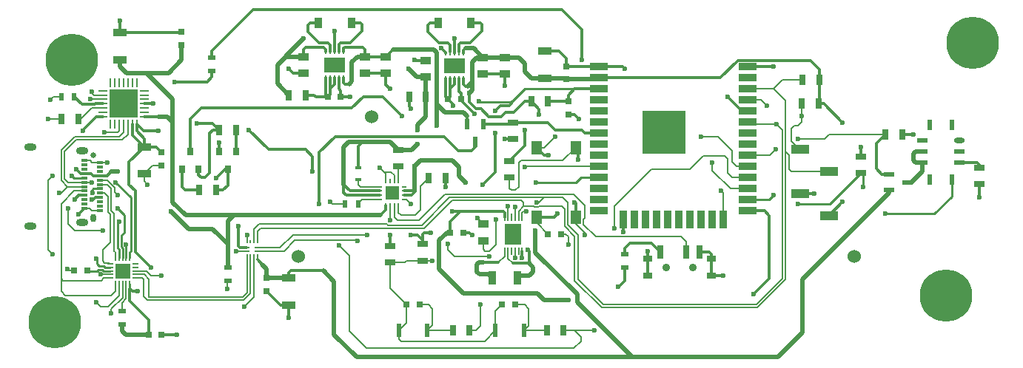
<source format=gtl>
G04*
G04 #@! TF.GenerationSoftware,Altium Limited,Altium Designer,18.1.9 (240)*
G04*
G04 Layer_Physical_Order=1*
G04 Layer_Color=255*
%FSLAX25Y25*%
%MOIN*%
G70*
G01*
G75*
%ADD11C,0.00787*%
%ADD15C,0.01000*%
%ADD16R,0.07677X0.09646*%
%ADD17O,0.00787X0.03543*%
%ADD18R,0.02756X0.05118*%
%ADD19R,0.19685X0.19685*%
%ADD20R,0.07874X0.03543*%
%ADD21R,0.03543X0.07874*%
%ADD22R,0.05118X0.02756*%
%ADD23R,0.07874X0.03937*%
%ADD24R,0.01063X0.03976*%
%ADD25R,0.03976X0.01063*%
%ADD26R,0.12795X0.12795*%
%ADD27R,0.06693X0.06693*%
%ADD28R,0.00787X0.02953*%
%ADD29R,0.02953X0.00787*%
%ADD30R,0.03150X0.03150*%
%ADD31R,0.03543X0.06299*%
%ADD32R,0.03543X0.02362*%
%ADD33R,0.05118X0.06102*%
%ADD34R,0.03543X0.05118*%
%ADD35R,0.06299X0.06299*%
%ADD36O,0.02362X0.00984*%
%ADD37R,0.02362X0.00984*%
%ADD38R,0.00984X0.02362*%
%ADD39R,0.03150X0.03543*%
%ADD40O,0.02756X0.00787*%
%ADD41R,0.02756X0.00787*%
%ADD42R,0.00787X0.01772*%
%ADD43R,0.00945X0.02362*%
%ADD44R,0.09400X0.06500*%
%ADD45R,0.04724X0.02362*%
%ADD46O,0.04724X0.02362*%
%ADD47R,0.02362X0.04724*%
%ADD48R,0.02165X0.05906*%
%ADD49R,0.02756X0.01181*%
%ADD50R,0.05118X0.03543*%
%ADD51R,0.02362X0.03543*%
%ADD52R,0.02402X0.04646*%
%ADD53R,0.03150X0.03150*%
%ADD54R,0.06299X0.03543*%
%ADD55R,0.04646X0.02402*%
%ADD56R,0.02756X0.05906*%
%ADD57R,0.03937X0.03150*%
%ADD58R,0.03150X0.01181*%
%ADD103O,0.02559X0.03740*%
%ADD104C,0.02559*%
%ADD107C,0.01181*%
%ADD108C,0.01968*%
%ADD109C,0.06000*%
G04:AMPARAMS|DCode=110|XSize=55.12mil|YSize=31.5mil|CornerRadius=15.75mil|HoleSize=0mil|Usage=FLASHONLY|Rotation=0.000|XOffset=0mil|YOffset=0mil|HoleType=Round|Shape=RoundedRectangle|*
%AMROUNDEDRECTD110*
21,1,0.05512,0.00000,0,0,0.0*
21,1,0.02362,0.03150,0,0,0.0*
1,1,0.03150,0.01181,0.00000*
1,1,0.03150,-0.01181,0.00000*
1,1,0.03150,-0.01181,0.00000*
1,1,0.03150,0.01181,0.00000*
%
%ADD110ROUNDEDRECTD110*%
%ADD111C,0.03543*%
%ADD112C,0.23622*%
%ADD113C,0.02362*%
D11*
X231575Y-75512D02*
X264764D01*
X248573Y-72835D02*
X254380Y-67027D01*
X229705Y-72835D02*
X248573D01*
X42244Y-60059D02*
X48228D01*
X48673Y-62134D02*
X50748Y-60059D01*
X41385Y-62134D02*
X48673D01*
X41259Y-62008D02*
X41385Y-62134D01*
X28740Y-62008D02*
X41259D01*
X29403Y-63608D02*
X50132D01*
X52716Y-61024D01*
X48228Y-60059D02*
X48779Y-59508D01*
Y-56535D01*
X263483Y-107283D02*
X301870D01*
X223917Y-98327D02*
Y-93508D01*
X198659Y-90854D02*
X229941D01*
X230906Y-91819D01*
Y-93504D02*
Y-91819D01*
X186029Y-103484D02*
X198659Y-90854D01*
X228642Y-95768D02*
X230906Y-93504D01*
X332087Y-55118D02*
X333299Y-56330D01*
X185024Y-101984D02*
X197441Y-89567D01*
X227067Y-98327D02*
Y-93937D01*
X195528Y-87976D02*
X253461D01*
X183791Y-99713D02*
X195528Y-87976D01*
X197441Y-89567D02*
X240157D01*
X230906Y-95768D02*
X232283D01*
X185558Y-118012D02*
X189961D01*
X210039Y-98819D02*
X212795Y-101575D01*
Y-112894D02*
Y-109055D01*
Y-112894D02*
X213583Y-113681D01*
X215551D01*
X199803Y-116142D02*
X215551D01*
X196850Y-113189D02*
X199803Y-116142D01*
X218228Y-140685D02*
X221118Y-137795D01*
X218228Y-149606D02*
Y-140685D01*
X213504Y-154331D02*
X218228Y-149606D01*
X175710Y-154331D02*
X213504D01*
X174705Y-153325D02*
X175710Y-154331D01*
X174705Y-153325D02*
Y-149606D01*
X178150Y-146161D01*
Y-137795D01*
X170669Y-130315D02*
X178150Y-137795D01*
X170669Y-130315D02*
Y-118898D01*
X178248Y-118012D02*
X185558D01*
X177362Y-118898D02*
X178248Y-118012D01*
X170669Y-118898D02*
X177362D01*
X143701Y-91398D02*
X144823Y-92520D01*
X150394D01*
X167990Y-78029D02*
X168701Y-78740D01*
Y-82087D02*
Y-78740D01*
X166142Y-76181D02*
X167990Y-78029D01*
X171127D01*
X172638Y-79540D01*
Y-82087D02*
Y-79540D01*
X60039Y-82087D02*
X61614Y-83661D01*
X60039Y-82087D02*
Y-78937D01*
X63779Y-75197D01*
X67913D01*
X33110Y-94488D02*
X35433D01*
X36417Y-95473D01*
X40000D01*
X43307Y-73819D02*
X43307Y-73819D01*
X40000Y-73819D02*
X43307D01*
X36614D02*
X40000D01*
X35630Y-72835D02*
X36614Y-73819D01*
X33110Y-72835D02*
X35630D01*
X25591Y-121699D02*
X26458Y-122567D01*
X22638Y-125984D02*
Y-92461D01*
X28484Y-86614D01*
X26458Y-122567D02*
X28543D01*
X63248Y-124872D02*
X67913D01*
X61024Y-122648D02*
X63248Y-124872D01*
X56102Y-122648D02*
X61024D01*
X56102Y-124223D02*
X60039D01*
X62191Y-126374D01*
X59055Y-125797D02*
X59842Y-126585D01*
X56102Y-125797D02*
X59055D01*
X59842Y-134055D02*
Y-126585D01*
X62191Y-134433D02*
Y-126374D01*
X45276Y-141732D02*
Y-139803D01*
X50374Y-134705D01*
Y-128376D01*
X50132Y-140748D02*
Y-137053D01*
X51949Y-135236D01*
Y-128376D01*
X48799Y-133839D02*
Y-128376D01*
X43858Y-138779D02*
X48799Y-133839D01*
X47224Y-131890D02*
Y-128376D01*
X45276Y-133839D02*
X47224Y-131890D01*
X106299Y-109547D02*
Y-106528D01*
X101378Y-113681D02*
X106102D01*
X257833Y-101633D02*
Y-99469D01*
Y-101633D02*
X263483Y-107283D01*
X257833Y-99469D02*
X258484Y-98818D01*
Y-93000D01*
X254380Y-101494D02*
Y-98327D01*
Y-101494D02*
X258484Y-105598D01*
Y-106408D02*
Y-105598D01*
X253461Y-87976D02*
X258484Y-93000D01*
X250984Y-110834D02*
Y-107283D01*
X249705Y-106004D02*
X250984Y-107283D01*
X247753Y-106004D02*
X249705D01*
X236663Y-100819D02*
X241848Y-106004D01*
X236663Y-100819D02*
Y-98327D01*
X326772Y-75512D02*
X331693D01*
X324803Y-73543D02*
X326772Y-75512D01*
X324803Y-73543D02*
Y-68386D01*
X318425Y-62008D02*
X324803Y-68386D01*
X310740Y-62008D02*
X318425D01*
X356241Y-52894D02*
Y-47244D01*
Y-55374D02*
Y-52894D01*
X354528Y-57087D02*
X356241Y-55374D01*
X344716Y-56330D02*
X347441Y-59055D01*
X333299Y-56330D02*
X344716D01*
X331693Y-55512D02*
X332087Y-55118D01*
X347441Y-125984D02*
Y-59055D01*
X321627Y-70839D02*
X322835Y-72047D01*
X311681Y-70839D02*
X321627D01*
X305748Y-76772D02*
X311681Y-70839D01*
X288386Y-76772D02*
X305748D01*
X271654Y-93504D02*
X288386Y-76772D01*
X271654Y-103484D02*
Y-93504D01*
X240059Y-67027D02*
X245079Y-62008D01*
X236663Y-67027D02*
X240059D01*
X224626Y-85377D02*
Y-80512D01*
Y-85377D02*
X225529Y-86279D01*
X227067D01*
X228642Y-84705D01*
Y-73898D01*
X229705Y-72835D01*
X248031Y-93508D02*
X249321Y-94797D01*
X237909Y-93508D02*
X248031D01*
X230906Y-93504D02*
X235414D01*
X235804Y-93894D01*
X237523D01*
X237909Y-93508D01*
X237905Y-91819D02*
X240157Y-89567D01*
X236663Y-91819D02*
X237905D01*
X44189Y-119041D02*
X44646Y-119498D01*
X42270Y-119041D02*
X44189D01*
X352756Y-57087D02*
X354528D01*
X351535Y-58307D02*
X352756Y-57087D01*
X351535Y-64134D02*
Y-58307D01*
Y-64134D02*
X355315Y-67913D01*
X348941Y-126606D02*
Y-68898D01*
X354331Y-62992D02*
X354331Y-62992D01*
X366535D01*
X368504Y-61024D01*
X351535Y-77913D02*
X368307D01*
X350394Y-76772D02*
X351535Y-77913D01*
X249321Y-102413D02*
Y-94797D01*
X248569Y-89567D02*
X250821Y-91819D01*
Y-101792D02*
X255437Y-106408D01*
Y-126500D02*
Y-106408D01*
X249321Y-102413D02*
X253937Y-107030D01*
Y-127121D02*
Y-107030D01*
X250821Y-101792D02*
Y-91819D01*
X350394Y-76772D02*
Y-70350D01*
X331693Y-45512D02*
X337835D01*
X340551Y-48228D01*
X17717Y-45512D02*
X19193Y-44035D01*
X22638D01*
X46669Y-86984D02*
X48268Y-88583D01*
X46669Y-86984D02*
Y-85053D01*
X43310Y-81693D02*
X46669Y-85053D01*
X40000Y-81693D02*
X43310D01*
X343504Y-40512D02*
X347598Y-36417D01*
X356496D01*
X211614Y-147362D02*
Y-137795D01*
X209370Y-149606D02*
X211614Y-147362D01*
X206496Y-149606D02*
X209370D01*
X231299Y-75787D02*
X231575Y-75512D01*
X147638Y-111221D02*
X152362Y-115945D01*
Y-149803D02*
Y-115945D01*
Y-149803D02*
X160039Y-157480D01*
X253543D01*
X256693Y-154331D02*
Y-152362D01*
X253543Y-157480D02*
X256693Y-154331D01*
X253937Y-149606D02*
X256693Y-152362D01*
X248819Y-149606D02*
X253937D01*
X127953Y-108787D02*
X155834D01*
X126969Y-106299D02*
X160433D01*
X123058Y-113681D02*
X127953Y-108787D01*
X121161Y-112106D02*
X126969Y-106299D01*
X253937Y-149606D02*
X262795D01*
X324803Y-80512D02*
X331693D01*
X322835Y-78543D02*
X324803Y-80512D01*
X322835Y-78543D02*
Y-72047D01*
X16732Y-54134D02*
X22835D01*
X30315D02*
X31496D01*
X36402Y-49228D01*
X41441D01*
X41457Y-49213D01*
X35669Y-45276D02*
X41457D01*
X50748Y-60059D02*
Y-56535D01*
X320728Y-99449D02*
Y-87461D01*
X319882Y-86614D02*
X320728Y-87461D01*
X36417Y-42323D02*
Y-41673D01*
Y-42323D02*
X37402Y-43307D01*
X41457D01*
X324153Y-85512D02*
X331693D01*
X315945Y-77303D02*
X324153Y-85512D01*
X315945Y-77303D02*
Y-73819D01*
X111024Y-117565D02*
Y-115847D01*
X62191Y-134433D02*
X104344D01*
X106299Y-132478D01*
Y-115847D01*
X97441Y-127165D02*
X97638Y-126969D01*
X97441Y-130905D02*
Y-127165D01*
X105118Y-138779D02*
X109449Y-134449D01*
Y-115847D01*
X155834Y-108787D02*
X156102Y-109055D01*
X111221Y-113681D02*
X123058D01*
X169144Y-103484D02*
X186029D01*
X169007Y-103347D02*
X169144Y-103484D01*
X112500Y-103347D02*
X169007D01*
X169766Y-101984D02*
X185024D01*
X169356Y-101575D02*
X169766Y-101984D01*
X111811Y-101575D02*
X169356D01*
X170669Y-99803D02*
Y-93110D01*
X111024Y-104823D02*
X112500Y-103347D01*
X109449Y-103937D02*
X111811Y-101575D01*
X111221Y-112106D02*
X121161D01*
X331693Y-70512D02*
X341890D01*
X344488Y-67913D01*
X368504Y-61024D02*
X393898D01*
X215551Y-113681D02*
X218504Y-110728D01*
Y-99410D01*
X228642Y-98327D02*
Y-95768D01*
X230217Y-96457D02*
X230906Y-95768D01*
X230217Y-98327D02*
Y-96457D01*
X184358Y-84539D02*
X188189Y-80709D01*
X184358Y-95169D02*
Y-84539D01*
X182087Y-97441D02*
X184358Y-95169D01*
X174024Y-99713D02*
X183791D01*
X175710Y-97441D02*
X182087D01*
X180236Y-92520D02*
X180335D01*
X178268Y-90551D02*
X180236Y-92520D01*
X177165Y-90551D02*
X178268D01*
X196850Y-113189D02*
Y-110337D01*
X227067Y-116831D02*
Y-113681D01*
X223917Y-117116D02*
Y-113681D01*
X222342Y-116142D02*
Y-113681D01*
X219587Y-118898D02*
X222342Y-116142D01*
X223917Y-117116D02*
X226026Y-119225D01*
X348941Y-68898D02*
X350394Y-70350D01*
X233268Y-147362D02*
Y-139764D01*
X231299Y-137795D02*
X233268Y-139764D01*
X227024Y-137795D02*
X231299D01*
X231024Y-149606D02*
X233268Y-147362D01*
X231024Y-149606D02*
X241339D01*
X187500D02*
X189961Y-147146D01*
X187500Y-149606D02*
X199016D01*
X156299Y-92520D02*
X158268Y-90551D01*
X166142D01*
X174606Y-96337D02*
X175710Y-97441D01*
X172638Y-98327D02*
X174024Y-99713D01*
X172638Y-98327D02*
Y-93110D01*
X174606Y-96337D02*
Y-93110D01*
X157480Y-84646D02*
X166142D01*
X156496Y-83661D02*
X157480Y-84646D01*
X156496Y-83661D02*
Y-81299D01*
X174606Y-82087D02*
Y-75512D01*
X189961Y-147146D02*
Y-139764D01*
X187992Y-137795D02*
X189961Y-139764D01*
X184055Y-137795D02*
X187992D01*
X301870Y-107283D02*
X304134Y-109547D01*
Y-114183D02*
Y-109547D01*
X255437Y-126500D02*
X266732Y-137795D01*
X335630D01*
X240157Y-89567D02*
X248569D01*
X348941Y-68898D02*
Y-45949D01*
X331693Y-40512D02*
X343504D01*
X348941Y-45949D01*
X111024Y-109547D02*
Y-104823D01*
X109449Y-109547D02*
Y-103937D01*
X336251Y-139295D02*
X348941Y-126606D01*
X335630Y-137795D02*
X347441Y-125984D01*
X266111Y-139295D02*
X336251D01*
X253937Y-127121D02*
X266111Y-139295D01*
X107874Y-132874D02*
Y-115847D01*
X61614Y-135827D02*
X104921D01*
X59842Y-134055D02*
X61614Y-135827D01*
X52716Y-61024D02*
Y-56535D01*
X104921Y-135827D02*
X107874Y-132874D01*
X43676Y-96135D02*
Y-89050D01*
X42224Y-87598D02*
X43676Y-89050D01*
X45276Y-95472D02*
Y-85630D01*
X43307Y-83661D02*
X45276Y-85630D01*
X46618Y-113681D02*
Y-96815D01*
X44646Y-109882D02*
Y-97105D01*
X45276Y-95472D02*
X46618Y-96815D01*
X47224Y-116919D02*
Y-114287D01*
X46618Y-113681D02*
X47224Y-114287D01*
X40354Y-138779D02*
X43858D01*
X38386Y-136811D02*
X40354Y-138779D01*
X24587Y-133839D02*
X45276D01*
X40354Y-124223D02*
X44646D01*
X23622Y-126969D02*
X40693D01*
X41864Y-125797D01*
X44646D01*
X41339Y-118110D02*
X42270Y-119041D01*
X22638Y-87598D02*
X25591Y-84646D01*
X21654Y-87598D02*
X22638D01*
X25885Y-101575D02*
Y-94488D01*
Y-101575D02*
X28641Y-104331D01*
X28484Y-86614D02*
X33110D01*
X16732Y-113189D02*
Y-81693D01*
Y-113189D02*
X18701Y-115157D01*
X16732Y-81693D02*
X18701Y-79724D01*
X28641Y-104331D02*
X41339D01*
X43676Y-96135D02*
X44646Y-97105D01*
X40000Y-87598D02*
X42224D01*
X40000Y-83661D02*
X43307D01*
X41339Y-113189D02*
X44646Y-109882D01*
X41339Y-118110D02*
Y-113189D01*
X25885Y-82677D02*
X33110D01*
X24238Y-81030D02*
X25885Y-82677D01*
X24238Y-68773D02*
X29403Y-63608D01*
X24238Y-81030D02*
Y-68773D01*
X22638Y-68110D02*
X28740Y-62008D01*
X22638Y-81693D02*
Y-68110D01*
X25591Y-84646D02*
X33110D01*
X22638Y-81693D02*
X25591Y-84646D01*
X22638Y-131890D02*
Y-125984D01*
Y-131890D02*
X24587Y-133839D01*
X22638Y-125984D02*
X23622Y-126969D01*
X33110Y-82677D02*
X36417D01*
X36417Y-82677D01*
D15*
X341575Y-90512D02*
X343504Y-88583D01*
X368898Y-92520D02*
X382874Y-78543D01*
X354331Y-92520D02*
X368898D01*
X415894Y-96898D02*
X423799Y-88992D01*
X393701Y-96898D02*
X415894D01*
X210842Y-46472D02*
X225529D01*
X210630Y-46260D02*
X210842Y-46472D01*
X225529D02*
X231490Y-40512D01*
X253780D01*
X54130Y-113681D02*
Y-89563D01*
X47244Y-82677D02*
X54130Y-89563D01*
X256693Y-80512D02*
X264764D01*
X254528Y-82677D02*
X256693Y-80512D01*
X236516Y-82677D02*
X254528D01*
X382874Y-78543D02*
X383858Y-79528D01*
Y-84646D02*
Y-79528D01*
X423799Y-88992D02*
Y-81417D01*
X331693Y-90512D02*
X341575D01*
X53524Y-128376D02*
X53539Y-128392D01*
Y-130744D02*
Y-128392D01*
X60039Y-53150D02*
X60039Y-53150D01*
X36649Y-87367D02*
Y-86531D01*
X36417Y-86299D02*
X36649Y-86531D01*
X36417Y-86299D02*
X37087Y-85630D01*
X48031Y-94488D02*
X50980Y-97437D01*
Y-105315D02*
Y-97437D01*
X48268Y-100925D02*
X48799Y-100394D01*
X48268Y-112352D02*
Y-100925D01*
X49768Y-106528D02*
X50980Y-105315D01*
X49768Y-111730D02*
Y-106528D01*
X53524Y-116919D02*
Y-114287D01*
X54130Y-113681D01*
X42411Y-121073D02*
X44646D01*
X41879Y-120541D02*
X42411Y-121073D01*
X39833Y-120541D02*
X41879D01*
X38809Y-119518D02*
X39833Y-120541D01*
X41864Y-122648D02*
X44646D01*
X41258Y-122041D02*
X41864Y-122648D01*
X39451Y-122041D02*
X41258D01*
X38845Y-122648D02*
X39451Y-122041D01*
X34530Y-122648D02*
X38845D01*
X51949Y-116919D02*
Y-110827D01*
X48268Y-112352D02*
X48799Y-112883D01*
Y-116919D02*
Y-112883D01*
X49768Y-111730D02*
X50374Y-112337D01*
Y-116919D02*
Y-112337D01*
X37087Y-85630D02*
X40000D01*
X38809Y-119518D02*
Y-117549D01*
X38386Y-117126D02*
X38809Y-117549D01*
X27559Y-79724D02*
X28543Y-80709D01*
X33110D01*
X34449Y-122567D02*
X34530Y-122648D01*
D16*
X226279Y-106004D02*
D03*
D17*
X230217Y-113681D02*
D03*
X228642D02*
D03*
X227067D02*
D03*
X225492D02*
D03*
X223917D02*
D03*
X222342D02*
D03*
Y-98327D02*
D03*
X223917D02*
D03*
X225492D02*
D03*
X227067D02*
D03*
X228642D02*
D03*
X230217D02*
D03*
D18*
X234367Y-46260D02*
D03*
X241848D02*
D03*
X206496Y-149606D02*
D03*
X199016D02*
D03*
X248819D02*
D03*
X241339D02*
D03*
X363721Y-47244D02*
D03*
X356241D02*
D03*
X363976Y-36417D02*
D03*
X356496D02*
D03*
X179331Y-44035D02*
D03*
X186811D02*
D03*
X30315Y-54134D02*
D03*
X22835D02*
D03*
X92323Y-86279D02*
D03*
X84842D02*
D03*
X93898Y-59055D02*
D03*
X101378D02*
D03*
X393898Y-61024D02*
D03*
X401378D02*
D03*
X132677Y-43307D02*
D03*
X125197D02*
D03*
X195669Y-80709D02*
D03*
X188189D02*
D03*
D19*
X294291Y-60039D02*
D03*
D20*
X264764Y-30512D02*
D03*
Y-35512D02*
D03*
Y-40512D02*
D03*
Y-45512D02*
D03*
Y-50512D02*
D03*
Y-55512D02*
D03*
Y-60512D02*
D03*
Y-65512D02*
D03*
Y-70512D02*
D03*
Y-75512D02*
D03*
Y-80512D02*
D03*
Y-85512D02*
D03*
Y-90512D02*
D03*
Y-95512D02*
D03*
X331693D02*
D03*
Y-90512D02*
D03*
Y-85512D02*
D03*
Y-80512D02*
D03*
Y-75512D02*
D03*
Y-70512D02*
D03*
Y-65512D02*
D03*
Y-60512D02*
D03*
Y-55512D02*
D03*
Y-50512D02*
D03*
Y-45512D02*
D03*
Y-40512D02*
D03*
Y-35512D02*
D03*
Y-30512D02*
D03*
D21*
X275728Y-99449D02*
D03*
X280728D02*
D03*
X285728D02*
D03*
X290728D02*
D03*
X295728D02*
D03*
X300728D02*
D03*
X305728D02*
D03*
X310728D02*
D03*
X315728D02*
D03*
X320728D02*
D03*
D22*
X436024Y-75984D02*
D03*
Y-83465D02*
D03*
X170669Y-111417D02*
D03*
Y-118898D02*
D03*
X224626Y-73032D02*
D03*
Y-80512D02*
D03*
X226083Y-63189D02*
D03*
Y-55709D02*
D03*
X382874Y-71063D02*
D03*
Y-78543D02*
D03*
X185558Y-118012D02*
D03*
Y-110531D02*
D03*
X174606Y-75512D02*
D03*
Y-68032D02*
D03*
D23*
X368307Y-97913D02*
D03*
D03*
X355315Y-87913D02*
D03*
X368307Y-77913D02*
D03*
X355315Y-67913D02*
D03*
D24*
X44842Y-56535D02*
D03*
X46811D02*
D03*
X48779D02*
D03*
X50748D02*
D03*
X52716D02*
D03*
X54685D02*
D03*
X56653D02*
D03*
Y-37953D02*
D03*
X54685D02*
D03*
X52716D02*
D03*
X50748D02*
D03*
X48779D02*
D03*
X46811D02*
D03*
X44842D02*
D03*
D25*
X60039Y-53150D02*
D03*
Y-51181D02*
D03*
Y-49213D02*
D03*
Y-47244D02*
D03*
Y-45276D02*
D03*
Y-43307D02*
D03*
Y-41339D02*
D03*
X41457D02*
D03*
Y-43307D02*
D03*
Y-45276D02*
D03*
Y-47244D02*
D03*
Y-49213D02*
D03*
Y-51181D02*
D03*
Y-53150D02*
D03*
D26*
X50748Y-47244D02*
D03*
D27*
X50374Y-122648D02*
D03*
D28*
X47224Y-116919D02*
D03*
X48799D02*
D03*
X50374D02*
D03*
X51949D02*
D03*
X53524D02*
D03*
Y-128376D02*
D03*
X51949D02*
D03*
X50374D02*
D03*
X48799D02*
D03*
X47224D02*
D03*
D29*
X56102Y-119498D02*
D03*
Y-121073D02*
D03*
Y-122648D02*
D03*
Y-124223D02*
D03*
Y-125797D02*
D03*
X44646D02*
D03*
Y-124223D02*
D03*
Y-122648D02*
D03*
Y-121073D02*
D03*
Y-119498D02*
D03*
D30*
X178150Y-137795D02*
D03*
X184055D02*
D03*
X247753Y-106004D02*
D03*
X241848D02*
D03*
X28543Y-122567D02*
D03*
X34449D02*
D03*
X196850Y-45276D02*
D03*
X202756D02*
D03*
X62008Y-151450D02*
D03*
X67913D02*
D03*
X227024Y-137795D02*
D03*
X221118D02*
D03*
X142717Y-44291D02*
D03*
X148622D02*
D03*
X197835Y-105315D02*
D03*
X203740D02*
D03*
D31*
X216752Y-125797D02*
D03*
X228169D02*
D03*
D32*
X276575Y-115157D02*
D03*
Y-121063D02*
D03*
X97638Y-126969D02*
D03*
Y-121063D02*
D03*
X90551Y-26575D02*
D03*
Y-32480D02*
D03*
X50132Y-146653D02*
D03*
Y-140748D02*
D03*
D33*
X236663Y-98327D02*
D03*
Y-67027D02*
D03*
X254380Y-98327D02*
D03*
Y-67027D02*
D03*
D34*
X207283Y-10925D02*
D03*
X192323D02*
D03*
X138386D02*
D03*
X153347D02*
D03*
D35*
X171653Y-87598D02*
D03*
D36*
X177165Y-90551D02*
D03*
D37*
Y-88583D02*
D03*
Y-86614D02*
D03*
Y-84646D02*
D03*
X166142D02*
D03*
Y-86614D02*
D03*
Y-88583D02*
D03*
Y-90551D02*
D03*
D38*
X174606Y-82087D02*
D03*
X172638D02*
D03*
X170669D02*
D03*
X168701D02*
D03*
Y-93110D02*
D03*
X170669D02*
D03*
X172638D02*
D03*
X174606D02*
D03*
D39*
X93898Y-68898D02*
D03*
X101378D02*
D03*
X97638Y-76772D02*
D03*
X84449D02*
D03*
X76968D02*
D03*
X80709Y-68898D02*
D03*
D40*
X111221Y-113681D02*
D03*
D41*
Y-112106D02*
D03*
X106102D02*
D03*
Y-113681D02*
D03*
D42*
X111024Y-109547D02*
D03*
X109449D02*
D03*
X107874D02*
D03*
X106299D02*
D03*
X106299Y-115847D02*
D03*
X107874D02*
D03*
X109449D02*
D03*
X111024D02*
D03*
D43*
X149803Y-23924D02*
D03*
X147835D02*
D03*
X145866D02*
D03*
X143898D02*
D03*
X141929D02*
D03*
Y-35524D02*
D03*
X143898D02*
D03*
X145866D02*
D03*
X147835D02*
D03*
X149803D02*
D03*
X203740Y-35918D02*
D03*
X201772D02*
D03*
X199803D02*
D03*
X197835D02*
D03*
X195866D02*
D03*
Y-24318D02*
D03*
X197835D02*
D03*
X199803D02*
D03*
X201772D02*
D03*
X203740D02*
D03*
D44*
X145866Y-29724D02*
D03*
X199803Y-30118D02*
D03*
D45*
X427165Y-73898D02*
D03*
Y-68898D02*
D03*
X410433Y-63898D02*
D03*
Y-68898D02*
D03*
Y-73898D02*
D03*
D46*
X427165Y-63898D02*
D03*
D47*
X423799Y-56850D02*
D03*
X413799D02*
D03*
Y-81417D02*
D03*
X423799D02*
D03*
D48*
X174705Y-149606D02*
D03*
X187500D02*
D03*
X218228D02*
D03*
X231024D02*
D03*
D49*
X40000Y-95473D02*
D03*
Y-93504D02*
D03*
Y-91536D02*
D03*
Y-89567D02*
D03*
Y-87598D02*
D03*
Y-85630D02*
D03*
Y-83661D02*
D03*
Y-81693D02*
D03*
Y-79724D02*
D03*
Y-77756D02*
D03*
Y-75787D02*
D03*
Y-73819D02*
D03*
X33110Y-72835D02*
D03*
Y-74803D02*
D03*
Y-76772D02*
D03*
Y-78740D02*
D03*
Y-80709D02*
D03*
Y-82677D02*
D03*
Y-84646D02*
D03*
Y-86614D02*
D03*
Y-88583D02*
D03*
Y-90551D02*
D03*
Y-92520D02*
D03*
Y-94488D02*
D03*
D50*
X222342Y-33858D02*
D03*
Y-26378D02*
D03*
X212598Y-33858D02*
D03*
Y-26378D02*
D03*
X186811Y-35236D02*
D03*
Y-27756D02*
D03*
X168826Y-33465D02*
D03*
Y-25984D02*
D03*
X159449Y-33465D02*
D03*
Y-25984D02*
D03*
X131890Y-25984D02*
D03*
Y-33465D02*
D03*
X212795Y-101575D02*
D03*
Y-109055D02*
D03*
D51*
X22638Y-44035D02*
D03*
X28543D02*
D03*
X156299Y-92520D02*
D03*
X150394D02*
D03*
D52*
X212657Y-56299D02*
D03*
X205453D02*
D03*
X209055Y-64370D02*
D03*
D53*
X115157Y-125787D02*
D03*
Y-131693D02*
D03*
X250000Y-36220D02*
D03*
Y-30315D02*
D03*
X250984Y-46260D02*
D03*
Y-52165D02*
D03*
X76870Y-20768D02*
D03*
Y-14862D02*
D03*
X67913Y-69291D02*
D03*
Y-75197D02*
D03*
D54*
X125000Y-137992D02*
D03*
Y-125787D02*
D03*
X240354Y-23622D02*
D03*
Y-35827D02*
D03*
X49114Y-15157D02*
D03*
Y-27362D02*
D03*
X60039Y-78937D02*
D03*
Y-66732D02*
D03*
D55*
X395571Y-79075D02*
D03*
Y-86279D02*
D03*
X403642Y-82677D02*
D03*
D56*
X304134Y-114183D02*
D03*
X292323D02*
D03*
X310039D02*
D03*
D57*
X286811Y-124872D02*
D03*
X315551D02*
D03*
X286811Y-117274D02*
D03*
X315551D02*
D03*
D58*
X156496Y-81299D02*
D03*
Y-76181D02*
D03*
D103*
X37205Y-98819D02*
D03*
D104*
Y-70473D02*
D03*
D107*
X31496Y-78740D02*
X33110D01*
X29528Y-76771D02*
X31496Y-78740D01*
X28740Y-90350D02*
X30508Y-88583D01*
X33110D01*
X30493Y-97105D02*
X33110Y-94488D01*
X253937Y-52165D02*
X255906Y-54134D01*
X250984Y-52165D02*
X253937D01*
X254380Y-67027D02*
X255313Y-67961D01*
Y-72406D02*
Y-67961D01*
X253937Y-91819D02*
X254380Y-92262D01*
Y-98327D02*
Y-92262D01*
X236663Y-67027D02*
X240108Y-70473D01*
X242126D01*
X244634Y-98327D02*
X246063Y-96898D01*
X236663Y-98327D02*
X244634D01*
X49114Y-9941D02*
X49213Y-9843D01*
X49114Y-15157D02*
Y-9941D01*
X76575Y-15157D02*
X76870Y-14862D01*
X49114Y-15157D02*
X76575D01*
X195669Y-84508D02*
X195866Y-84705D01*
X195669Y-84508D02*
Y-80709D01*
X222461Y-62992D02*
X222657Y-63189D01*
X226083D01*
X145866Y-23924D02*
Y-14370D01*
X147835Y-23924D02*
Y-20472D01*
X149803Y-23924D02*
Y-22244D01*
X150394Y-21654D01*
X143898Y-23924D02*
Y-20768D01*
X142815Y-19685D02*
X143898Y-20768D01*
X140945Y-21654D02*
X141929Y-22638D01*
Y-23924D02*
Y-22638D01*
X147835Y-20472D02*
X148622Y-19685D01*
X196850Y-45276D02*
X199164Y-47590D01*
Y-48288D02*
Y-47590D01*
X179331Y-48594D02*
X180236Y-49500D01*
X179331Y-48594D02*
Y-44035D01*
X202756Y-45866D02*
X208661Y-51772D01*
X211646Y-49500D02*
X215295Y-53150D01*
X209343Y-49500D02*
X211646D01*
X206417Y-46575D02*
X209343Y-49500D01*
X202756Y-45866D02*
Y-45276D01*
X215295Y-53150D02*
X220862D01*
X218228Y-50472D02*
X220472Y-48228D01*
X220862Y-53150D02*
X222830Y-51181D01*
X199803Y-24318D02*
Y-17717D01*
X181870Y-27362D02*
X182264Y-27756D01*
X186811D01*
X168826Y-38669D02*
X170669Y-40512D01*
X168826Y-38669D02*
Y-33465D01*
X159449D02*
X168826D01*
X148622Y-44291D02*
X152756D01*
X148622D02*
Y-41339D01*
X147835Y-40551D02*
X148622Y-41339D01*
X147835Y-40551D02*
Y-35524D01*
X125197Y-31496D02*
X127165Y-33465D01*
X131890D01*
X331693Y-30512D02*
X343504D01*
X275590D02*
X276575Y-31496D01*
X264764Y-30512D02*
X275590D01*
X264567Y-30315D02*
X264764Y-30512D01*
X250000Y-30315D02*
X264567D01*
X250000D02*
Y-26663D01*
X246959Y-23622D02*
X250000Y-26663D01*
X240354Y-23622D02*
X246959D01*
X222342Y-39272D02*
Y-33858D01*
X212598D02*
X222342D01*
X202756Y-45276D02*
Y-42618D01*
X201772Y-41634D02*
X202756Y-42618D01*
X201772Y-41634D02*
Y-35918D01*
X436024Y-89563D02*
Y-83465D01*
X401378Y-61024D02*
X406496D01*
X382874Y-71063D02*
Y-66929D01*
X355315Y-87913D02*
X361890D01*
X286811Y-117274D02*
Y-113681D01*
X315551Y-124872D02*
X320866D01*
X315551D02*
Y-117274D01*
Y-115157D01*
X314577Y-114183D02*
X315551Y-115157D01*
X310039Y-114183D02*
X314577D01*
X288376Y-110236D02*
X292323Y-114183D01*
X278644Y-110236D02*
X288376D01*
X286811Y-124872D02*
Y-117274D01*
X275728Y-105177D02*
Y-99449D01*
X222342Y-98327D02*
Y-96337D01*
X202461Y-95768D02*
X221773D01*
X222342Y-96337D01*
X207401Y-106299D02*
X207677D01*
X206417Y-105315D02*
X207401Y-106299D01*
X53539Y-136216D02*
X62008Y-144685D01*
X53539Y-136216D02*
Y-130744D01*
X62008Y-151450D02*
Y-144685D01*
X67913Y-151450D02*
X74803D01*
X125000Y-143701D02*
Y-137992D01*
X121457D02*
X125000D01*
X115157Y-131693D02*
X121457Y-137992D01*
X103150Y-112106D02*
X106102D01*
X102362Y-111319D02*
X103150Y-112106D01*
X276575Y-112305D02*
X278644Y-110236D01*
X234367Y-46260D02*
X237905Y-49797D01*
Y-52165D02*
Y-49797D01*
X226083Y-55709D02*
X241732D01*
X245079Y-59055D01*
X231575Y-66083D02*
Y-59055D01*
X224626Y-73032D02*
X231575Y-66083D01*
X264764Y-35512D02*
X319442D01*
X341535Y-125984D02*
Y-97745D01*
X334358Y-133161D02*
X341535Y-125984D01*
X368307Y-97913D02*
X374606Y-91614D01*
X363976Y-36417D02*
Y-31645D01*
X359981Y-27650D02*
X363976Y-31645D01*
X32480Y-59287D02*
X38618Y-53150D01*
X32480Y-59606D02*
Y-59287D01*
X193941Y-22244D02*
X195866Y-24169D01*
Y-24318D02*
Y-24169D01*
X206417Y-46575D02*
Y-42323D01*
X222830Y-51181D02*
X226378D01*
X231299Y-46260D01*
X234367D01*
X54685Y-131890D02*
X57087D01*
X225529Y-47241D02*
Y-46472D01*
X224541Y-48228D02*
X225529Y-47241D01*
X389764Y-65158D02*
X393898Y-61024D01*
X389764Y-76575D02*
Y-65158D01*
Y-76575D02*
X392264Y-79075D01*
X395571D01*
X366142Y-47244D02*
X374606Y-55709D01*
X363976Y-47244D02*
X366142D01*
X319442Y-35512D02*
X327304Y-27650D01*
X359981D01*
X363976Y-47244D02*
Y-36417D01*
X220472Y-48228D02*
X224541D01*
X218228Y-78029D02*
Y-60512D01*
X212598Y-83659D02*
X218228Y-78029D01*
X198819Y-95768D02*
X202461D01*
X125984Y-122567D02*
X140748D01*
X125000Y-123551D02*
X125984Y-122567D01*
X125000Y-125787D02*
Y-123551D01*
X339302Y-95512D02*
X341535Y-97745D01*
X331693Y-95512D02*
X339302D01*
X230217Y-116831D02*
Y-113681D01*
X59724Y-59606D02*
X66535D01*
X56653Y-56535D02*
X59724Y-59606D01*
X116142Y-67913D02*
X132776D01*
X107283Y-59055D02*
X116142Y-67913D01*
X53150Y-83661D02*
X56102Y-86614D01*
Y-114120D02*
Y-86614D01*
X53150Y-83661D02*
Y-73622D01*
X80709Y-54134D02*
X85630Y-49213D01*
X53150Y-73622D02*
X60039Y-66732D01*
X65354D02*
X67913Y-69291D01*
X60039Y-66732D02*
X65354D01*
X60039D02*
Y-62992D01*
X56653Y-59606D02*
X60039Y-62992D01*
X56653Y-59606D02*
Y-56535D01*
X54685Y-61378D02*
X60039Y-66732D01*
X54685Y-61378D02*
Y-56535D01*
X80709Y-68898D02*
Y-54134D01*
X76968Y-84715D02*
Y-76772D01*
Y-84715D02*
X78533Y-86279D01*
X84449Y-79331D02*
Y-76772D01*
Y-79331D02*
X85630Y-80512D01*
X87598D01*
X89567Y-78543D01*
Y-60512D02*
X91024Y-59055D01*
X89567Y-78543D02*
Y-60512D01*
X96457Y-76772D02*
X97638D01*
X92520Y-80709D02*
X96457Y-76772D01*
X38618Y-53150D02*
X41457D01*
X329055Y-50512D02*
X331693D01*
X322835Y-44291D02*
X329055Y-50512D01*
X257028Y-27559D02*
Y-13917D01*
X248031Y-4921D02*
X257028Y-13917D01*
X109252Y-4921D02*
X248031D01*
X90551Y-23622D02*
X109252Y-4921D01*
X90551Y-26575D02*
Y-23622D01*
Y-35236D02*
Y-32480D01*
X88386Y-37402D02*
X90551Y-35236D01*
X73819Y-37402D02*
X88386D01*
X38169Y-47244D02*
X41457D01*
X37866Y-47547D02*
X38169Y-47244D01*
X32055Y-47547D02*
X37866D01*
X28543Y-44035D02*
X32055Y-47547D01*
X90945Y-56102D02*
X93898Y-59055D01*
X83661Y-56102D02*
X90945D01*
X60039Y-47244D02*
X63976D01*
X111024Y-117565D02*
X113189Y-119730D01*
X132776Y-67913D02*
X135827Y-70965D01*
Y-77756D02*
Y-70965D01*
X93898Y-68898D02*
Y-64961D01*
X167323Y-44035D02*
X176181Y-52894D01*
X158721Y-44035D02*
X167323D01*
X153543Y-49213D02*
X158721Y-44035D01*
X85630Y-49213D02*
X153543Y-49213D01*
X91024Y-59055D02*
X93898D01*
X78533Y-86279D02*
X84842D01*
X101378Y-68898D02*
Y-59055D01*
X97638Y-84114D02*
Y-76772D01*
X95472Y-86279D02*
X97638Y-84114D01*
X92323Y-86279D02*
X95472D01*
X146063Y-62008D02*
X195118D01*
X427165Y-73898D02*
X435118D01*
X436024Y-74803D01*
Y-75984D02*
Y-74803D01*
X232903Y-113118D02*
X233514Y-113729D01*
Y-119225D02*
Y-113729D01*
X203740Y-105315D02*
X206417D01*
X197835D02*
Y-100394D01*
X202461Y-95768D01*
X180335Y-88583D02*
X182087Y-86831D01*
X181870Y-86614D02*
X182087Y-86831D01*
X177165Y-86614D02*
X181870D01*
X185558Y-108787D02*
Y-106004D01*
Y-110531D02*
Y-108787D01*
X183071Y-106299D02*
X185558Y-108787D01*
X180236Y-106299D02*
X183071D01*
X177165Y-88583D02*
X180335D01*
X185558Y-106004D02*
X186247Y-105315D01*
X188976D01*
X212795Y-118898D02*
X219587D01*
X226026Y-119225D02*
X233514D01*
X137402Y-44291D02*
X142717D01*
X136417Y-43307D02*
X137402Y-44291D01*
X132677Y-43307D02*
X136417D01*
X201772Y-23924D02*
Y-20472D01*
X202559Y-19685D01*
X203740Y-23228D02*
X204724Y-22244D01*
X203740Y-24318D02*
Y-23228D01*
X150394Y-38386D02*
X152362D01*
X149803Y-37795D02*
X150394Y-38386D01*
X149803Y-37795D02*
Y-35524D01*
X204724Y-39370D02*
X205709D01*
X203740Y-38386D02*
X204724Y-39370D01*
X203740Y-38386D02*
Y-35918D01*
X197835Y-40551D02*
Y-35918D01*
Y-44291D02*
Y-40551D01*
X199803Y-38583D02*
Y-35918D01*
X197835Y-40551D02*
X199803Y-38583D01*
X196850Y-45276D02*
X197835Y-44291D01*
X195866Y-44291D02*
X196850Y-45276D01*
X195866Y-44291D02*
Y-35918D01*
X197835Y-23924D02*
Y-20768D01*
X196752Y-19685D02*
X197835Y-20768D01*
X192717Y-19685D02*
X196752D01*
X187795Y-14764D02*
X192717Y-19685D01*
X187795Y-14764D02*
Y-11811D01*
X188681Y-10925D01*
X192323D01*
X202559Y-19685D02*
X206890D01*
X212205Y-14370D01*
Y-11614D01*
X211516Y-10925D02*
X212205Y-11614D01*
X207283Y-10925D02*
X211516D01*
X253780Y-40512D02*
X264764D01*
X250984Y-43307D02*
X253780Y-40512D01*
X250984Y-46260D02*
Y-43307D01*
X241848Y-46260D02*
X250984D01*
X245079Y-59055D02*
X257028D01*
X258484Y-60512D01*
X264764D01*
X225492Y-56299D02*
X226083Y-55709D01*
X212657Y-56299D02*
X225492D01*
X205453D02*
Y-52894D01*
X168826Y-25984D02*
X172173Y-22638D01*
X159449Y-25984D02*
X168826D01*
X159449D02*
Y-22638D01*
X158465Y-21654D02*
X159449Y-22638D01*
X150394Y-21654D02*
X158465D01*
X131890Y-25984D02*
Y-22638D01*
X132874Y-21654D01*
X140945D01*
X153347Y-10925D02*
X157579D01*
X158268Y-11614D01*
Y-14370D02*
Y-11614D01*
X152953Y-19685D02*
X158268Y-14370D01*
X148622Y-19685D02*
X152953D01*
X134744Y-10925D02*
X138386D01*
X133858Y-11811D02*
X134744Y-10925D01*
X133858Y-14764D02*
Y-11811D01*
Y-14764D02*
X138779Y-19685D01*
X142815D01*
X145866Y-38386D02*
Y-35524D01*
X143898Y-40354D02*
X145866Y-38386D01*
X143898Y-40354D02*
Y-35524D01*
Y-43110D02*
Y-40354D01*
X142717Y-44291D02*
X143898Y-43110D01*
X141929Y-43504D02*
X142717Y-44291D01*
X141929Y-43504D02*
Y-35524D01*
X152756Y-86614D02*
X166142D01*
X149803Y-83661D02*
X152756Y-86614D01*
X149803Y-87367D02*
Y-83661D01*
Y-87367D02*
X151019Y-88583D01*
X166142D01*
X170669Y-111417D02*
Y-106299D01*
X138779Y-69291D02*
X146063Y-62008D01*
X138779Y-92520D02*
Y-69291D01*
X156496Y-76181D02*
Y-66339D01*
X158465Y-64370D01*
X209055Y-66732D02*
Y-64370D01*
X207401Y-68386D02*
X209055Y-66732D01*
X201496Y-68386D02*
X207401D01*
X195118Y-62008D02*
X201496Y-68386D01*
X273622Y-129921D02*
X273775D01*
X276575Y-127121D01*
Y-121063D01*
Y-115157D02*
Y-112305D01*
X102362Y-102362D02*
Y-101969D01*
Y-111319D02*
Y-102362D01*
X53539Y-130744D02*
X54685Y-131890D01*
X56102Y-114120D02*
X62992Y-121010D01*
X60039Y-53150D02*
X63976D01*
X63976Y-53150D01*
X166339Y-97441D02*
X168701Y-95079D01*
Y-93110D01*
X43307Y-79724D02*
X45276Y-77756D01*
X40000Y-79724D02*
X43307D01*
X33110Y-78740D02*
X36083D01*
X37067Y-79724D01*
X40000D01*
X63976Y-53150D02*
X66535D01*
X36417Y-90551D02*
X37185D01*
X38169Y-89567D01*
X40000D01*
D108*
X61024Y-33465D02*
X70964D01*
X76870Y-27559D01*
X192913Y-121860D02*
Y-108858D01*
Y-121860D02*
X203927Y-132874D01*
X97638Y-110628D02*
Y-100193D01*
Y-121063D02*
Y-110628D01*
X90947Y-103937D02*
X97638Y-110628D01*
X80266Y-103937D02*
X90947D01*
X72097Y-95768D02*
X80266Y-103937D01*
X236221Y-114331D02*
Y-104331D01*
X356496Y-126516D02*
X395571Y-87441D01*
Y-86279D01*
X356496Y-150394D02*
Y-126516D01*
X123819Y-25984D02*
Y-25787D01*
X131890Y-17717D01*
X182874Y-35236D02*
X186811D01*
X179134Y-31496D02*
X182874Y-35236D01*
X51824Y-151450D02*
X62008D01*
X50132Y-149758D02*
X51824Y-151450D01*
X50132Y-149758D02*
Y-146653D01*
X207677Y-41063D02*
Y-37402D01*
X206417Y-42323D02*
X207677Y-41063D01*
X181870Y-75512D02*
X184547Y-72835D01*
X198740D01*
X201772Y-75866D01*
Y-79724D02*
Y-75866D01*
Y-79724D02*
X204724Y-82677D01*
X255051Y-136811D02*
X279764Y-161524D01*
X345366D02*
X356496Y-150394D01*
X279764Y-161524D02*
X345366D01*
X155637D02*
X279764D01*
X145563Y-151450D02*
X155637Y-161524D01*
X145563Y-151450D02*
Y-127382D01*
X140748Y-122567D02*
X145563Y-127382D01*
X72835Y-55512D02*
Y-45276D01*
X61024Y-33465D02*
X72835Y-45276D01*
X52165Y-33465D02*
X61024D01*
X78642Y-97441D02*
X100390D01*
X72835Y-91634D02*
X78642Y-97441D01*
X72835Y-91634D02*
Y-55512D01*
X70472Y-53150D02*
X72835Y-55512D01*
X66535Y-53150D02*
X70472D01*
X72097Y-95768D02*
X72342D01*
X45276Y-77756D02*
X45276Y-77756D01*
X48228D01*
X250000Y-36220D02*
X264055D01*
X264764Y-35512D01*
X49114Y-30413D02*
X52165Y-33465D01*
X115157Y-125787D02*
X125000D01*
X115157D02*
Y-121699D01*
X113189Y-119730D02*
X115157Y-121699D01*
X158465Y-64370D02*
X170945D01*
X410433Y-77756D02*
Y-73898D01*
X405512Y-82677D02*
X410433Y-77756D01*
X181870Y-86614D02*
Y-75512D01*
X209842Y-119882D02*
X210827Y-118898D01*
X212795D01*
X233514Y-119225D02*
X235285Y-120996D01*
Y-123204D02*
Y-120996D01*
X215177Y-124223D02*
X216752Y-125797D01*
X228150Y-124223D02*
X228799Y-124872D01*
X233617D01*
X235285Y-123204D01*
X211033Y-124223D02*
X215177D01*
X209842Y-123031D02*
X211033Y-124223D01*
X209842Y-123031D02*
Y-119882D01*
X237052Y-132874D02*
X240005Y-135827D01*
X203927Y-132874D02*
X237052D01*
X192913Y-108858D02*
X196457Y-105315D01*
X197835D01*
X255051Y-136811D02*
Y-133161D01*
X236221Y-114331D02*
X255051Y-133161D01*
X191929Y-57087D02*
Y-47559D01*
X403642Y-82677D02*
X405512D01*
X407480Y-73898D02*
X410433D01*
X406496Y-72913D02*
X407480Y-73898D01*
X406496Y-72913D02*
Y-69882D01*
X407480Y-68898D01*
X410433D01*
X120079Y-38189D02*
X125197Y-43307D01*
X120079Y-38189D02*
Y-29724D01*
X123819Y-25984D01*
X131890D01*
X156102Y-25984D02*
X159449D01*
X153543Y-28543D02*
X156102Y-25984D01*
X153543Y-37205D02*
Y-28543D01*
X152362Y-38386D02*
X153543Y-37205D01*
X209842Y-26378D02*
X212598D01*
X207677Y-28543D02*
X209842Y-26378D01*
X207677Y-37402D02*
Y-28543D01*
X205709Y-39370D02*
X207677Y-37402D01*
X249606Y-35827D02*
X250000Y-36220D01*
X240354Y-35827D02*
X249606D01*
X234473D02*
X240354D01*
X231450Y-32803D02*
X234473Y-35827D01*
X231450Y-32803D02*
Y-28970D01*
X228858Y-26378D02*
X231450Y-28970D01*
X222342Y-26378D02*
X228858D01*
X212598D02*
X222342D01*
X208465Y-22244D02*
X212598Y-26378D01*
X204724Y-22244D02*
X208465D01*
X203740Y-51181D02*
X205453Y-52894D01*
X195551Y-51181D02*
X203740D01*
X191929Y-47559D02*
X195551Y-51181D01*
X191929Y-47559D02*
Y-24213D01*
X190354Y-22638D02*
X191929Y-24213D01*
X172173Y-22638D02*
X190354D01*
X186811Y-44035D02*
Y-35236D01*
X76870Y-27559D02*
Y-20768D01*
X186811Y-53150D02*
Y-44035D01*
X183071Y-56890D02*
X186811Y-53150D01*
X183071Y-59055D02*
Y-56890D01*
X180551Y-68032D02*
X183071Y-65512D01*
X174606Y-68032D02*
X180551D01*
X170945Y-64370D02*
X174606Y-68032D01*
X152165Y-64370D02*
X158465D01*
X149803Y-66732D02*
X152165Y-64370D01*
X149803Y-83661D02*
Y-66732D01*
X240005Y-135827D02*
X250984D01*
X100390Y-97441D02*
X166339D01*
X97638Y-100193D02*
X100390Y-97441D01*
X49114Y-30413D02*
Y-27362D01*
D109*
X129626Y-116142D02*
D03*
X162402Y-53150D02*
D03*
X379724Y-116142D02*
D03*
D110*
X8858Y-102362D02*
D03*
Y-66929D02*
D03*
X32283Y-100906D02*
D03*
Y-68386D02*
D03*
D111*
X295276Y-121073D02*
D03*
X307087D02*
D03*
D112*
X421260Y-133858D02*
D03*
X433071Y-19685D02*
D03*
X27559Y-27559D02*
D03*
X19685Y-145669D02*
D03*
D113*
X225295Y-107972D02*
D03*
X227264Y-104035D02*
D03*
X53701Y-43740D02*
D03*
Y-50630D02*
D03*
X46811Y-43740D02*
D03*
Y-50630D02*
D03*
X52342Y-124616D02*
D03*
X48406D02*
D03*
X52342Y-120679D02*
D03*
X48406D02*
D03*
X29528Y-76771D02*
D03*
X28740Y-90350D02*
D03*
X30493Y-97105D02*
D03*
X255906Y-54134D02*
D03*
X255313Y-72406D02*
D03*
X253937Y-91819D02*
D03*
X242126Y-70473D02*
D03*
X246063Y-96898D02*
D03*
X49213Y-9843D02*
D03*
X42244Y-60059D02*
D03*
X195866Y-84705D02*
D03*
X222461Y-62992D02*
D03*
X145866Y-14370D02*
D03*
X199164Y-48288D02*
D03*
X180236Y-49500D02*
D03*
X208661Y-51772D02*
D03*
X218228Y-50472D02*
D03*
X199803Y-17717D02*
D03*
X181870Y-27362D02*
D03*
X170669Y-40512D02*
D03*
X152756Y-44291D02*
D03*
X125197Y-31496D02*
D03*
X343504Y-30512D02*
D03*
X276575Y-31496D02*
D03*
X222342Y-39272D02*
D03*
X436024Y-89563D02*
D03*
X406496Y-61024D02*
D03*
X382874Y-66929D02*
D03*
X361890Y-87913D02*
D03*
X286811Y-113681D02*
D03*
X320866Y-124872D02*
D03*
X275728Y-105177D02*
D03*
X223917Y-93508D02*
D03*
X227067Y-93937D02*
D03*
X232283Y-95768D02*
D03*
X189961Y-118012D02*
D03*
X210039Y-98819D02*
D03*
X207677Y-106299D02*
D03*
X143701Y-91398D02*
D03*
X170669Y-86614D02*
D03*
X172638Y-88583D02*
D03*
X166142Y-76181D02*
D03*
X61614Y-83661D02*
D03*
X43307Y-73819D02*
D03*
X25591Y-121699D02*
D03*
X67913Y-124872D02*
D03*
X45276Y-141732D02*
D03*
X74803Y-151450D02*
D03*
X125000Y-143701D02*
D03*
X106299Y-106528D02*
D03*
X101378Y-113681D02*
D03*
X258484Y-106408D02*
D03*
X250984Y-110834D02*
D03*
X356241Y-52894D02*
D03*
X344716Y-56330D02*
D03*
X310740Y-62008D02*
D03*
X271654Y-103484D02*
D03*
X245079Y-62008D02*
D03*
X237905Y-52165D02*
D03*
X231575Y-59055D02*
D03*
X236663Y-91819D02*
D03*
X343504Y-88583D02*
D03*
X374606Y-91614D02*
D03*
X354331Y-62992D02*
D03*
X354331Y-92520D02*
D03*
X236221Y-104331D02*
D03*
X393701Y-96898D02*
D03*
X179134Y-31496D02*
D03*
X193941Y-22244D02*
D03*
X340551Y-48228D02*
D03*
X32480Y-59606D02*
D03*
X17717Y-45512D02*
D03*
X48268Y-88583D02*
D03*
X131890Y-17717D02*
D03*
X57087Y-131890D02*
D03*
X206417Y-42323D02*
D03*
X374606Y-55709D02*
D03*
X218228Y-60512D02*
D03*
X212598Y-83659D02*
D03*
X211614Y-137795D02*
D03*
X231299Y-75787D02*
D03*
X204724Y-82677D02*
D03*
X198819Y-95768D02*
D03*
X262795Y-149606D02*
D03*
X334358Y-133161D02*
D03*
X230217Y-116831D02*
D03*
X66535Y-59606D02*
D03*
X72097Y-95768D02*
D03*
X107283Y-59055D02*
D03*
X48228Y-77756D02*
D03*
X92520Y-80709D02*
D03*
X322835Y-44291D02*
D03*
X257028Y-27559D02*
D03*
X73819Y-37402D02*
D03*
X16732Y-54134D02*
D03*
X83661Y-56102D02*
D03*
X35669Y-45276D02*
D03*
X319882Y-86614D02*
D03*
X36417Y-41673D02*
D03*
X315945Y-73819D02*
D03*
X63976Y-47244D02*
D03*
X97441Y-130905D02*
D03*
X105118Y-138779D02*
D03*
X156102Y-109055D02*
D03*
X236516Y-82677D02*
D03*
X170669Y-99803D02*
D03*
X160433Y-106299D02*
D03*
X147638Y-111221D02*
D03*
X135827Y-77756D02*
D03*
X93898Y-64961D02*
D03*
X210630Y-46260D02*
D03*
X176181Y-52894D02*
D03*
X383858Y-84646D02*
D03*
X344488Y-67913D02*
D03*
X232903Y-113118D02*
D03*
X218504Y-99410D02*
D03*
X181870Y-75512D02*
D03*
X180236Y-106299D02*
D03*
Y-92520D02*
D03*
X188976Y-105315D02*
D03*
X196850Y-110337D02*
D03*
X215551Y-116142D02*
D03*
X227067Y-116831D02*
D03*
X250984Y-135827D02*
D03*
X191929Y-57087D02*
D03*
X183071Y-59055D02*
D03*
Y-65512D02*
D03*
X170669Y-106299D02*
D03*
X273622Y-129921D02*
D03*
X138779Y-92520D02*
D03*
X102362Y-102362D02*
D03*
X62992Y-121010D02*
D03*
X36649Y-87367D02*
D03*
X36417Y-90551D02*
D03*
X48031Y-94488D02*
D03*
X48799Y-100394D02*
D03*
X38386Y-136811D02*
D03*
X40354Y-124223D02*
D03*
X21654Y-87598D02*
D03*
X25885Y-94488D02*
D03*
X41339Y-104331D02*
D03*
X51949Y-110827D02*
D03*
X38386Y-117126D02*
D03*
X18701Y-115157D02*
D03*
Y-79724D02*
D03*
X27559D02*
D03*
X36417Y-82677D02*
D03*
X47244D02*
D03*
M02*

</source>
